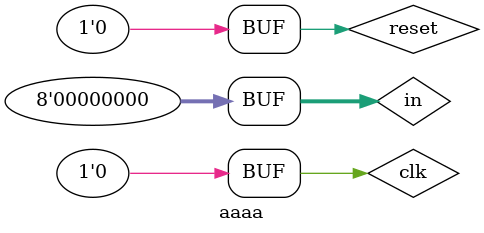
<source format=v>
`timescale 1ns / 1ps


module aaaa;

	// Inputs
	reg clk;
	reg reset;
	reg [7:0] in;

	// Outputs
	wire result;
	wire [1:0] t;

	// Instantiate the Unit Under Test (UUT)
	BlockChecker uut (
		.clk(clk), 
		.reset(reset), 
		.in(in), 
		.result(result), 
		.t(t)
	);

	initial begin
		// Initialize Inputs
		clk = 0;
		reset = 0;
		in = 0;

		// Wait 100 ns for global reset to finish
		#100;
        
		// Add stimulus here

	end
      
endmodule


</source>
